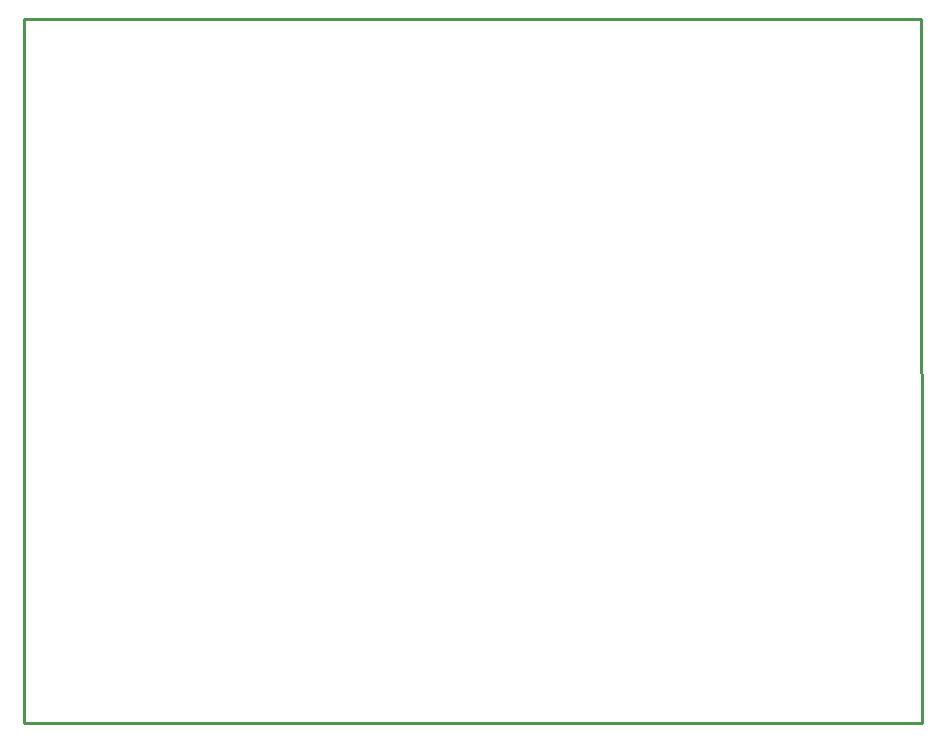
<source format=gko>
G04 Layer: BoardOutlineLayer*
G04 EasyEDA v6.5.22, 2023-01-05 17:43:04*
G04 408631a24da54ebd81f1ad95a11f4f05,373fc183506b451e961249744e80b011,10*
G04 Gerber Generator version 0.2*
G04 Scale: 100 percent, Rotated: No, Reflected: No *
G04 Dimensions in inches *
G04 leading zeros omitted , absolute positions ,3 integer and 6 decimal *
%FSLAX36Y36*%
%MOIN*%

%ADD10C,0.0100*%
D10*
X3156656Y5724D02*
G01*
X3155556Y2352224D01*
X164443Y2352175D02*
G01*
X164443Y5677D01*
X3155556Y2352224D02*
G01*
X164443Y2352175D01*
X164443Y5677D02*
G01*
X3156656Y5724D01*

%LPD*%
M02*

</source>
